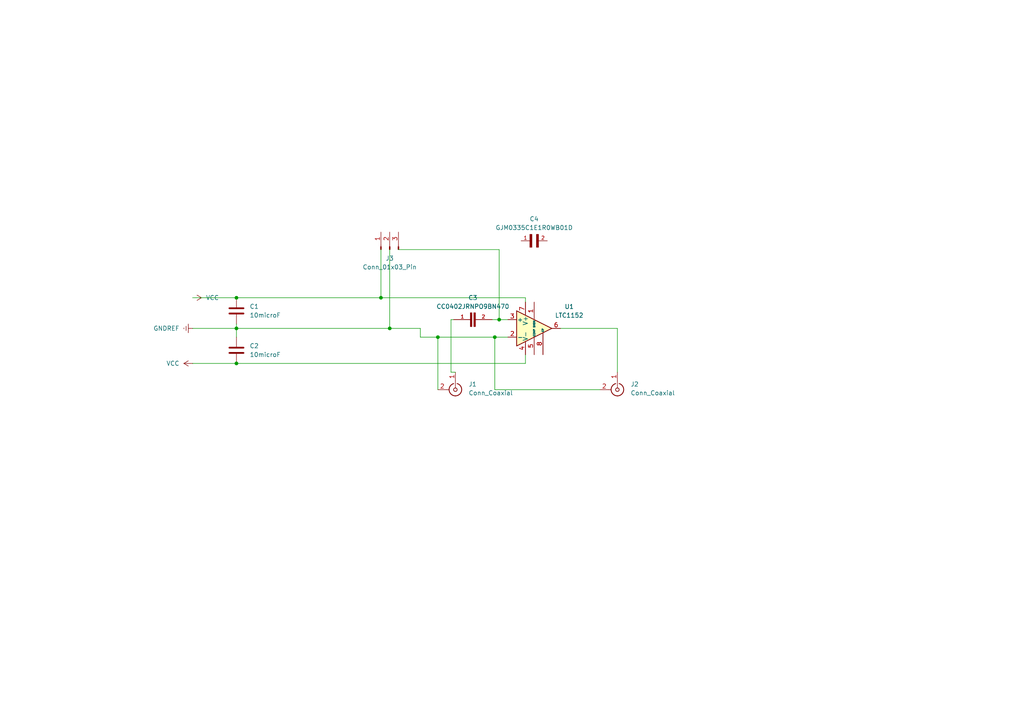
<source format=kicad_sch>
(kicad_sch (version 20231120) (generator "eeschema") (generator_version "8.0")
  (paper "A4")
  (lib_symbols
    (symbol "Amplifier_Operational:LTC1152" (pin_names (offset 0.127))
      (property "Reference" "U" (at 5.08 7.62 0))
      (property "Value" "LTC1152" (at 5.08 5.08 0))
      (symbol "LTC1152_0_1"
        (polyline (pts (xy -5.08 5.08) (xy -5.08 -5.08) (xy 5.08 0) (xy -5.08 5.08)) (stroke (width 0.254)) (fill (type background)))
      )
      (symbol "LTC1152_1_1"
        (pin input line (at 0 7.62 270) (length 5.08) (name "SHDN") (number "1"))
        (pin input line (at -7.62 -2.54 0) (length 2.54) (name "-") (number "2"))
        (pin input line (at -7.62 2.54 0) (length 2.54) (name "+") (number "3"))
        (pin power_in line (at -2.54 -7.62 90) (length 3.81) (name "V-") (number "4"))
        (pin input line (at 0 -7.62 90) (length 5.08) (name "COMP") (number "5"))
        (pin output line (at 7.62 0 180) (length 2.54) (name "~") (number "6"))
        (pin power_in line (at -2.54 7.62 270) (length 3.81) (name "V+") (number "7"))
        (pin output line (at 2.54 -7.62 90) (length 6.35) (name "CP") (number "8"))
      )
    )
    (symbol "CC0402JRNPO9BN470:CC0402JRNPO9BN470" (pin_names (offset 1.016))
      (property "Reference" "C" (at -4.0749 2.2921 0))
      (property "Value" "CC0402JRNPO9BN470" (at -4.0734 -4.0734 0))
      (symbol "CC0402JRNPO9BN470_0_0"
        (rectangle (start -0.7649 -2.0349) (end -0.2564 2.0344) (stroke (width 0.1)) (fill (type outline)))
        (rectangle (start 0.2517 -2.0343) (end 0.7604 2.0336) (stroke (width 0.1)) (fill (type outline)))
        (pin passive line (at -5.588 0 0) (length 5.08) (name "~") (number "1"))
        (pin passive line (at 5.588 0 180) (length 5.08) (name "~") (number "2"))
      )
    )
    (symbol "Connector:Conn_01x03_Pin" (pin_names (offset 1.016) hide)
      (property "Reference" "J" (at 0 5.08 0))
      (property "Value" "Conn_01x03_Pin" (at 0 -5.08 0))
      (symbol "Conn_01x03_Pin_1_1"
        (polyline (pts (xy 1.27 -2.54) (xy 0.8636 -2.54)) (stroke (width 0.1524)))
        (polyline (pts (xy 1.27 0) (xy 0.8636 0)) (stroke (width 0.1524)))
        (polyline (pts (xy 1.27 2.54) (xy 0.8636 2.54)) (stroke (width 0.1524)))
        (rectangle (start 0.8636 -2.413) (end 0 -2.667) (stroke (width 0.1524)) (fill (type outline)))
        (rectangle (start 0.8636 0.127) (end 0 -0.127) (stroke (width 0.1524)) (fill (type outline)))
        (rectangle (start 0.8636 2.667) (end 0 2.413) (stroke (width 0.1524)) (fill (type outline)))
        (pin passive line (at 5.08 2.54 180) (length 3.81) (name "Pin_1") (number "1"))
        (pin passive line (at 5.08 0 180) (length 3.81) (name "Pin_2") (number "2"))
        (pin passive line (at 5.08 -2.54 180) (length 3.81) (name "Pin_3") (number "3"))
      )
    )
    (symbol "Connector:Conn_Coaxial" (pin_names (offset 1.016) hide)
      (property "Reference" "J" (at 0.254 3.048 0))
      (property "Value" "Conn_Coaxial" (at 2.921 0 90))
      (symbol "Conn_Coaxial_0_1"
        (arc (start -1.778 -0.508) (mid 0.2311 -1.8066) (end 1.778 0) (stroke (width 0.254)))
        (polyline (pts (xy -2.54 0) (xy -0.508 0)))
        (polyline (pts (xy 0 -2.54) (xy 0 -1.778)))
        (circle (center 0 0) (radius 0.508) (stroke (width 0.2032)))
        (arc (start 1.778 0) (mid 0.2099 1.8101) (end -1.778 0.508) (stroke (width 0.254)))
      )
      (symbol "Conn_Coaxial_1_1"
        (pin passive line (at -5.08 0 0) (length 2.54) (name "In") (number "1"))
        (pin passive line (at 0 -5.08 90) (length 2.54) (name "Ext") (number "2"))
      )
    )
    (symbol "Device:C" (pin_numbers hide) (pin_names (offset 0.254))
      (property "Reference" "C" (at 0.635 2.54 0))
      (property "Value" "C" (at 0.635 -2.54 0))
      (symbol "C_0_1"
        (polyline (pts (xy -2.032 -0.762) (xy 2.032 -0.762)) (stroke (width 0.508)))
        (polyline (pts (xy -2.032 0.762) (xy 2.032 0.762)) (stroke (width 0.508)))
      )
      (symbol "C_1_1"
        (pin passive line (at 0 3.81 270) (length 2.794) (name "~") (number "1"))
        (pin passive line (at 0 -3.81 90) (length 2.794) (name "~") (number "2"))
      )
    )
    (symbol "GJM0335C1E1R0WB01D:GJM0335C1E1R0WB01D" (pin_names (offset 1.016))
      (property "Reference" "C" (at 0 3.8109 0))
      (property "Value" "GJM0335C1E1R0WB01D" (at 0 -5.0885 0))
      (symbol "GJM0335C1E1R0WB01D_0_0"
        (rectangle (start 0 -1.9069) (end 0.635 1.905) (stroke (width 0.1)) (fill (type outline)))
        (rectangle (start 1.9069 -1.9069) (end 2.54 1.905) (stroke (width 0.1)) (fill (type outline)))
        (pin passive line (at -2.54 0 0) (length 2.54) (name "~") (number "1"))
        (pin passive line (at 5.08 0 180) (length 2.54) (name "~") (number "2"))
      )
    )
    (symbol "power:GNDREF" (power) (pin_numbers hide) (pin_names (offset 0) hide)
      (property "Value" "GNDREF" (at 0 -3.81 0))
      (symbol "GNDREF_0_1"
        (polyline (pts (xy -0.635 -1.905) (xy 0.635 -1.905)))
        (polyline (pts (xy -0.127 -2.54) (xy 0.127 -2.54)))
        (polyline (pts (xy 0 -1.27) (xy 0 0)))
        (polyline (pts (xy 1.27 -1.27) (xy -1.27 -1.27)))
      )
      (symbol "GNDREF_1_1"
        (pin power_in line (at 0 0 270) (length 0) (name "~") (number "1"))
      )
    )
    (symbol "power:VCC" (power) (pin_numbers hide) (pin_names (offset 0) hide)
      (property "Value" "VCC" (at 0 3.556 0))
      (symbol "VCC_0_1"
        (polyline (pts (xy -0.762 1.27) (xy 0 2.54)))
        (polyline (pts (xy 0 0) (xy 0 2.54)))
        (polyline (pts (xy 0 2.54) (xy 0.762 1.27)))
      )
      (symbol "VCC_1_1"
        (pin power_in line (at 0 0 90) (length 0) (name "~") (number "1"))
      )
    )
  )
  (junction (at 68.58 86.36))
  (junction (at 143.51 97.79))
  (junction (at 110.49 86.36))
  (junction (at 68.58 95.25))
  (junction (at 113.03 95.25))
  (junction (at 127 97.79))
  (junction (at 144.78 92.71))
  (junction (at 68.58 105.41))
  (wire (pts (xy 127 97.79) (xy 127 113.03)))
  (wire (pts (xy 152.4 86.36) (xy 152.4 87.63)))
  (wire (pts (xy 121.92 97.79) (xy 127 97.79)))
  (wire (pts (xy 143.51 113.03) (xy 143.51 97.79)))
  (wire (pts (xy 127 97.79) (xy 143.51 97.79)))
  (wire (pts (xy 55.88 95.25) (xy 68.58 95.25)))
  (wire (pts (xy 143.51 97.79) (xy 147.32 97.79)))
  (wire (pts (xy 179.07 95.25) (xy 162.56 95.25)))
  (wire (pts (xy 68.58 105.41) (xy 152.4 105.41)))
  (wire (pts (xy 113.03 95.25) (xy 121.92 95.25)))
  (wire (pts (xy 152.4 105.41) (xy 152.4 102.87)))
  (wire (pts (xy 68.58 95.25) (xy 113.03 95.25)))
  (wire (pts (xy 110.49 86.36) (xy 152.4 86.36)))
  (wire (pts (xy 179.07 107.95) (xy 179.07 95.25)))
  (wire (pts (xy 68.58 95.25) (xy 68.58 97.79)))
  (wire (pts (xy 68.58 86.36) (xy 110.49 86.36)))
  (wire (pts (xy 144.78 72.39) (xy 144.78 92.71)))
  (wire (pts (xy 173.99 113.03) (xy 143.51 113.03)))
  (wire (pts (xy 115.57 72.39) (xy 144.78 72.39)))
  (wire (pts (xy 55.88 105.41) (xy 68.58 105.41)))
  (wire (pts (xy 113.03 72.39) (xy 113.03 95.25)))
  (wire (pts (xy 110.49 72.39) (xy 110.49 86.36)))
  (wire (pts (xy 130.81 92.71) (xy 131.572 92.71)))
  (wire (pts (xy 55.88 86.36) (xy 68.58 86.36)))
  (wire (pts (xy 130.81 107.95) (xy 130.81 92.71)))
  (wire (pts (xy 130.81 107.95) (xy 132.08 107.95)))
  (wire (pts (xy 68.58 95.25) (xy 68.58 93.98)))
  (wire (pts (xy 121.92 95.25) (xy 121.92 97.79)))
  (wire (pts (xy 144.78 92.71) (xy 147.32 92.71)))
  (wire (pts (xy 142.748 92.71) (xy 144.78 92.71)))
  (symbol (lib_id "CC0402JRNPO9BN470:CC0402JRNPO9BN470") (at 137.16 92.71 0) (unit 1)
    (property "Reference" "C3" (at 137.1577 86.36 0))
    (property "Value" "CC0402JRNPO9BN470" (at 137.1577 88.9 0))
    (property "Footprint" "Capacitor_SMD:CAPC1005X60" (effects (hide yes)))
    (property "Datasheet" "https://www.yageo.com/upload/media/product/productsearch/datasheet/mlcc/UPY-GP_NP0_16V-to-50V_18.pdf" (effects (hide yes)))
    (property "MF" "Yageo" (effects (hide yes)))
    (property "Description_1" "\n0402 47 pF 50 V ±5 % Tolerance NP0 SMT Multilayer Ceramic Capacitor\n" (effects (hide yes)))
    (property "Package" "0402 Yageo" (effects (hide yes)))
    (property "Price" "None" (effects (hide yes)))
    (property "Check_prices" "https://www.snapeda.com/parts/CC0402JRNPO9BN470/Yageo/view-part/?ref=eda" (effects (hide yes)))
    (property "SnapEDA_Link" "https://www.snapeda.com/parts/CC0402JRNPO9BN470/Yageo/view-part/?ref=snap" (effects (hide yes)))
    (property "MP" "CC0402JRNPO9BN470" (effects (hide yes)))
    (property "Availability" "In Stock" (effects (hide yes)))
    (property "MANUFACTURER" "YAGEO" (effects (hide yes)))
  )
  (symbol (lib_id "power:GNDREF") (at 55.88 95.25 270) (unit 1)
    (property "Reference" "#PWR01" (effects (hide yes)))
    (property "Value" "GNDREF" (at 52.07 95.2499 90) (effects (justify right)))
    (property "Description" "Power symbol creates a global label with name \"GNDREF\" , reference supply ground" (effects (hide yes)))
  )
  (symbol (lib_id "Device:C") (at 68.58 101.6 0) (unit 1)
    (property "Reference" "C2" (at 72.39 100.3299 0) (effects (justify left)))
    (property "Value" "10microF" (at 72.39 102.8699 0) (effects (justify left)))
    (property "Footprint" "Capacitor_SMD:CAPC2012X135N" (effects (hide yes)))
    (property "Datasheet" "https://mm.digikey.com/Volume0/opasdata/d220001/medias/docus/609/CL21A106KOQNNNE_Spec.pdf" (effects (hide yes)))
  )
  (symbol (lib_id "Amplifier_Operational:LTC1152") (at 154.94 95.25 0) (unit 1)
    (property "Reference" "U1" (at 165.1 88.9314 0))
    (property "Value" "LTC1152" (at 165.1 91.4714 0))
    (property "Footprint" "footprints:PDIP-8_N_LIT" (effects (hide yes)))
    (property "Datasheet" "https://www.analog.com/media/en/technical-documentation/data-sheets/lt1152.pdf" (effects (hide yes)))
    (property "Description" "Rail-to-Rail Input, Rail-to-Rail Output, Zero-Drift Op Amp, DIP-8, SOIC-8" (effects (hide yes)))
  )
  (symbol (lib_id "Connector:Conn_Coaxial") (at 132.08 113.03 270) (unit 1)
    (property "Reference" "J1" (at 135.89 111.4424 90) (effects (justify left)))
    (property "Value" "Conn_Coaxial" (at 135.89 113.9824 90) (effects (justify left)))
    (property "Footprint" "Connector_Coaxial:BNC_Amphenol_031-5539_Vertical" (effects (hide yes)))
    (property "Datasheet" " ~" (effects (hide yes)))
    (property "Description" "coaxial connector (BNC, SMA, SMB, SMC, Cinch/RCA, LEMO, ...)" (effects (hide yes)))
  )
  (symbol (lib_id "Connector:Conn_01x03_Pin") (at 113.03 72.39 90) (unit 1)
    (property "Reference" "J3" (at 113.03 74.93 90))
    (property "Value" "Conn_01x03_Pin" (at 113.03 77.47 90))
    (property "Description" "Generic connector, single row, 01x03, script generated" (effects (hide yes)))
  )
  (symbol (lib_id "power:VCC") (at 55.88 86.36 270) (unit 1)
    (property "Reference" "#PWR02" (effects (hide yes)))
    (property "Value" "VCC" (at 59.69 86.3599 90) (effects (justify left)))
    (property "Description" "Power symbol creates a global label with name \"VCC\"" (effects (hide yes)))
  )
  (symbol (lib_id "Connector:Conn_Coaxial") (at 179.07 113.03 270) (unit 1)
    (property "Reference" "J2" (at 182.88 111.4424 90) (effects (justify left)))
    (property "Value" "Conn_Coaxial" (at 182.88 113.9824 90) (effects (justify left)))
    (property "Footprint" "Connector_Coaxial:BNC_Amphenol_031-5539_Vertical" (effects (hide yes)))
    (property "Datasheet" " ~" (effects (hide yes)))
    (property "Description" "coaxial connector (BNC, SMA, SMB, SMC, Cinch/RCA, LEMO, ...)" (effects (hide yes)))
  )
  (symbol (lib_id "power:VCC") (at 55.88 105.41 90) (unit 1)
    (property "Reference" "#PWR03" (effects (hide yes)))
    (property "Value" "VCC" (at 52.07 105.4099 90) (effects (justify left)))
    (property "Description" "Power symbol creates a global label with name \"VCC\"" (effects (hide yes)))
  )
  (symbol (lib_id "Device:C") (at 68.58 90.17 0) (unit 1)
    (property "Reference" "C1" (at 72.39 88.8999 0) (effects (justify left)))
    (property "Value" "10microF" (at 72.39 91.4399 0) (effects (justify left)))
    (property "Footprint" "Capacitor_SMD:CAPC2012X135N" (effects (hide yes)))
    (property "Datasheet" "https://mm.digikey.com/Volume0/opasdata/d220001/medias/docus/609/CL21A106KOQNNNE_Spec.pdf" (effects (hide yes)))
  )
  (symbol (lib_id "GJM0335C1E1R0WB01D:GJM0335C1E1R0WB01D") (at 153.67 69.85 0) (unit 1)
    (property "Reference" "C4" (at 154.94 63.5 0))
    (property "Value" "GJM0335C1E1R0WB01D" (at 154.94 66.04 0))
    (property "Footprint" "Capacitor_SMD:CAPC0603X33N" (effects (hide yes)))
    (property "Datasheet" "https://search.murata.co.jp/Ceramy/image/img/A01X/G101/ENG/GJM0335C1E1R0WB01-01.pdf" (effects (hide yes)))
  )
)
</source>
